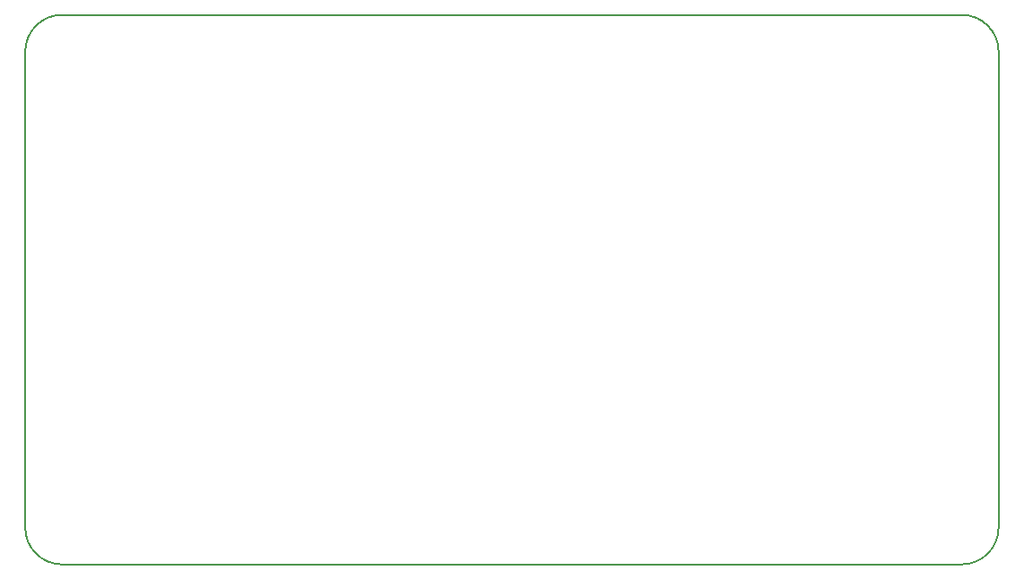
<source format=gbr>
G04 #@! TF.GenerationSoftware,KiCad,Pcbnew,5.0.0-fee4fd1~65~ubuntu16.04.1*
G04 #@! TF.CreationDate,2018-07-29T13:14:09-07:00*
G04 #@! TF.ProjectId,wifistepper,77696669737465707065722E6B696361,rev?*
G04 #@! TF.SameCoordinates,Original*
G04 #@! TF.FileFunction,Profile,NP*
%FSLAX46Y46*%
G04 Gerber Fmt 4.6, Leading zero omitted, Abs format (unit mm)*
G04 Created by KiCad (PCBNEW 5.0.0-fee4fd1~65~ubuntu16.04.1) date Sun Jul 29 13:14:09 2018*
%MOMM*%
%LPD*%
G01*
G04 APERTURE LIST*
%ADD10C,0.150000*%
G04 APERTURE END LIST*
D10*
X123500000Y-115000000D02*
G75*
G02X120000000Y-118500000I-3500000J0D01*
G01*
X120000000Y-66500000D02*
G75*
G02X123500000Y-70000000I0J-3500000D01*
G01*
X31500000Y-70000000D02*
G75*
G02X35000000Y-66500000I3500000J0D01*
G01*
X35000000Y-118500000D02*
G75*
G02X31500000Y-115000000I0J3500000D01*
G01*
X35000000Y-118500000D02*
X120000000Y-118500000D01*
X123500000Y-70000000D02*
X123500000Y-115000000D01*
X35000000Y-66500000D02*
X120000000Y-66500000D01*
X31500000Y-115000000D02*
X31500000Y-70000000D01*
M02*

</source>
